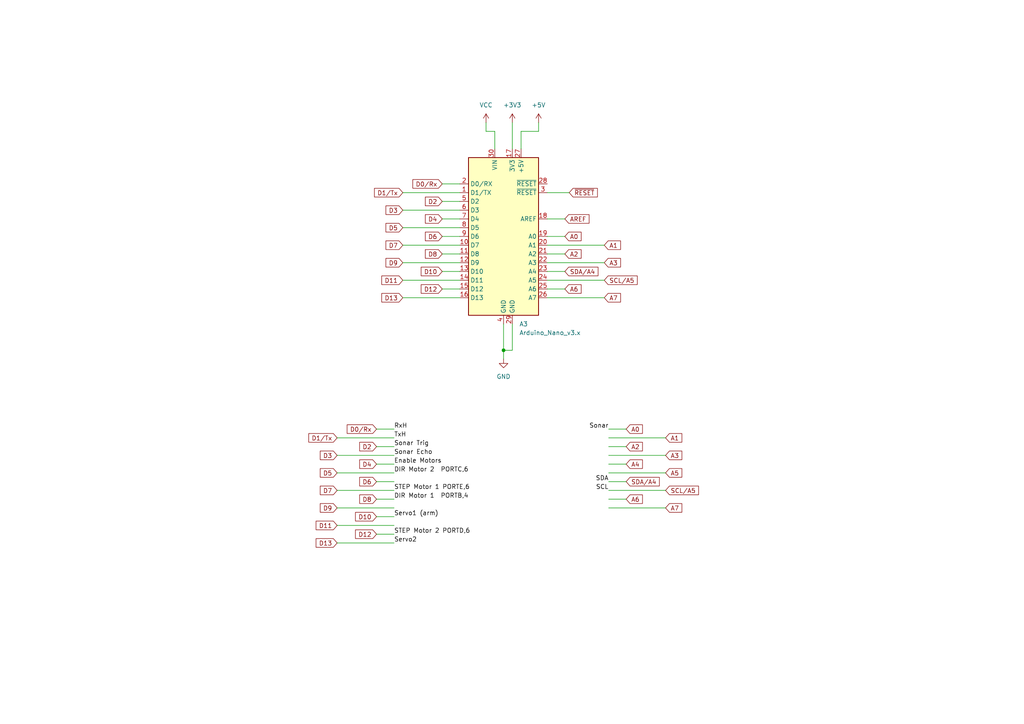
<source format=kicad_sch>
(kicad_sch (version 20211123) (generator eeschema)
  (paper "A4")
  (lib_symbols
    (symbol "MCU_Module:Arduino_Nano_v3.x"
      (property "Reference" "A" (at -10.16 23.495 0))
      (property "Value" "Arduino_Nano_v3.x" (at 5.08 -24.13 0))
      (symbol "Arduino_Nano_v3.x_0_1"
        (rectangle (start -10.16 22.86) (end 10.16 -22.86) (stroke (width 0.254)) (fill (type background)))
      )
      (symbol "Arduino_Nano_v3.x_1_1"
        (pin bidirectional line (at -12.7 12.7 0) (length 2.54) (name "D1/TX") (number "1"))
        (pin bidirectional line (at -12.7 -2.54 0) (length 2.54) (name "D7") (number "10"))
        (pin bidirectional line (at -12.7 -5.08 0) (length 2.54) (name "D8") (number "11"))
        (pin bidirectional line (at -12.7 -7.62 0) (length 2.54) (name "D9") (number "12"))
        (pin bidirectional line (at -12.7 -10.16 0) (length 2.54) (name "D10") (number "13"))
        (pin bidirectional line (at -12.7 -12.7 0) (length 2.54) (name "D11") (number "14"))
        (pin bidirectional line (at -12.7 -15.24 0) (length 2.54) (name "D12") (number "15"))
        (pin bidirectional line (at -12.7 -17.78 0) (length 2.54) (name "D13") (number "16"))
        (pin power_out line (at 2.54 25.4 270) (length 2.54) (name "3V3") (number "17"))
        (pin input line (at 12.7 5.08 180) (length 2.54) (name "AREF") (number "18"))
        (pin bidirectional line (at 12.7 0 180) (length 2.54) (name "A0") (number "19"))
        (pin bidirectional line (at -12.7 15.24 0) (length 2.54) (name "D0/RX") (number "2"))
        (pin bidirectional line (at 12.7 -2.54 180) (length 2.54) (name "A1") (number "20"))
        (pin bidirectional line (at 12.7 -5.08 180) (length 2.54) (name "A2") (number "21"))
        (pin bidirectional line (at 12.7 -7.62 180) (length 2.54) (name "A3") (number "22"))
        (pin bidirectional line (at 12.7 -10.16 180) (length 2.54) (name "A4") (number "23"))
        (pin bidirectional line (at 12.7 -12.7 180) (length 2.54) (name "A5") (number "24"))
        (pin bidirectional line (at 12.7 -15.24 180) (length 2.54) (name "A6") (number "25"))
        (pin bidirectional line (at 12.7 -17.78 180) (length 2.54) (name "A7") (number "26"))
        (pin power_out line (at 5.08 25.4 270) (length 2.54) (name "+5V") (number "27"))
        (pin input line (at 12.7 15.24 180) (length 2.54) (name "~{RESET}") (number "28"))
        (pin power_in line (at 2.54 -25.4 90) (length 2.54) (name "GND") (number "29"))
        (pin input line (at 12.7 12.7 180) (length 2.54) (name "~{RESET}") (number "3"))
        (pin power_in line (at -2.54 25.4 270) (length 2.54) (name "VIN") (number "30"))
        (pin power_in line (at 0 -25.4 90) (length 2.54) (name "GND") (number "4"))
        (pin bidirectional line (at -12.7 10.16 0) (length 2.54) (name "D2") (number "5"))
        (pin bidirectional line (at -12.7 7.62 0) (length 2.54) (name "D3") (number "6"))
        (pin bidirectional line (at -12.7 5.08 0) (length 2.54) (name "D4") (number "7"))
        (pin bidirectional line (at -12.7 2.54 0) (length 2.54) (name "D5") (number "8"))
        (pin bidirectional line (at -12.7 0 0) (length 2.54) (name "D6") (number "9"))
      )
    )
    (symbol "power:+3V3" (power) (pin_names (offset 0))
      (property "Value" "+3V3" (at 0 3.556 0))
      (symbol "+3V3_0_1"
        (polyline (pts (xy -0.762 1.27) (xy 0 2.54)))
        (polyline (pts (xy 0 0) (xy 0 2.54)))
        (polyline (pts (xy 0 2.54) (xy 0.762 1.27)))
      )
      (symbol "+3V3_1_1"
        (pin power_in line (at 0 0 90) (length 0) hide (name "+3V3") (number "1"))
      )
    )
    (symbol "power:+5V" (power) (pin_names (offset 0))
      (property "Value" "+5V" (at 0 3.556 0))
      (symbol "+5V_0_1"
        (polyline (pts (xy -0.762 1.27) (xy 0 2.54)))
        (polyline (pts (xy 0 0) (xy 0 2.54)))
        (polyline (pts (xy 0 2.54) (xy 0.762 1.27)))
      )
      (symbol "+5V_1_1"
        (pin power_in line (at 0 0 90) (length 0) hide (name "+5V") (number "1"))
      )
    )
    (symbol "power:GND" (power) (pin_names (offset 0))
      (property "Value" "GND" (at 0 -3.81 0))
      (symbol "GND_0_1"
        (polyline (pts (xy 0 0) (xy 0 -1.27) (xy 1.27 -1.27) (xy 0 -2.54) (xy -1.27 -1.27) (xy 0 -1.27)))
      )
      (symbol "GND_1_1"
        (pin power_in line (at 0 0 270) (length 0) hide (name "GND") (number "1"))
      )
    )
    (symbol "power:VCC" (power) (pin_names (offset 0))
      (property "Value" "VCC" (at 0 3.81 0))
      (symbol "VCC_0_1"
        (polyline (pts (xy -0.762 1.27) (xy 0 2.54)))
        (polyline (pts (xy 0 0) (xy 0 2.54)))
        (polyline (pts (xy 0 2.54) (xy 0.762 1.27)))
      )
      (symbol "VCC_1_1"
        (pin power_in line (at 0 0 90) (length 0) hide (name "VCC") (number "1"))
      )
    )
  )
  (junction (at 146.05 101.6))
  (wire (pts (xy 146.05 101.6) (xy 148.59 101.6)))
  (wire (pts (xy 97.79 142.24) (xy 114.3 142.24)))
  (wire (pts (xy 97.79 147.32) (xy 114.3 147.32)))
  (wire (pts (xy 97.79 152.4) (xy 114.3 152.4)))
  (wire (pts (xy 158.75 68.58) (xy 163.83 68.58)))
  (wire (pts (xy 158.75 78.74) (xy 163.83 78.74)))
  (wire (pts (xy 148.59 35.56) (xy 148.59 43.18)))
  (wire (pts (xy 116.84 60.96) (xy 133.35 60.96)))
  (wire (pts (xy 128.27 83.82) (xy 133.35 83.82)))
  (wire (pts (xy 158.75 71.12) (xy 175.26 71.12)))
  (wire (pts (xy 109.22 154.94) (xy 114.3 154.94)))
  (wire (pts (xy 97.79 127) (xy 114.3 127)))
  (wire (pts (xy 128.27 68.58) (xy 133.35 68.58)))
  (wire (pts (xy 158.75 55.88) (xy 165.1 55.88)))
  (wire (pts (xy 151.13 38.1) (xy 156.21 38.1)))
  (wire (pts (xy 176.53 144.78) (xy 181.61 144.78)))
  (wire (pts (xy 176.53 124.46) (xy 181.61 124.46)))
  (wire (pts (xy 143.51 43.18) (xy 143.51 38.1)))
  (wire (pts (xy 158.75 86.36) (xy 175.26 86.36)))
  (wire (pts (xy 158.75 76.2) (xy 175.26 76.2)))
  (wire (pts (xy 109.22 134.62) (xy 114.3 134.62)))
  (wire (pts (xy 109.22 129.54) (xy 114.3 129.54)))
  (wire (pts (xy 176.53 142.24) (xy 193.04 142.24)))
  (wire (pts (xy 116.84 71.12) (xy 133.35 71.12)))
  (wire (pts (xy 116.84 55.88) (xy 133.35 55.88)))
  (wire (pts (xy 176.53 139.7) (xy 181.61 139.7)))
  (wire (pts (xy 176.53 147.32) (xy 193.04 147.32)))
  (wire (pts (xy 176.53 127) (xy 193.04 127)))
  (wire (pts (xy 176.53 129.54) (xy 181.61 129.54)))
  (wire (pts (xy 146.05 101.6) (xy 146.05 104.14)))
  (wire (pts (xy 109.22 124.46) (xy 114.3 124.46)))
  (wire (pts (xy 116.84 86.36) (xy 133.35 86.36)))
  (wire (pts (xy 116.84 66.04) (xy 133.35 66.04)))
  (wire (pts (xy 109.22 144.78) (xy 114.3 144.78)))
  (wire (pts (xy 176.53 137.16) (xy 193.04 137.16)))
  (wire (pts (xy 128.27 78.74) (xy 133.35 78.74)))
  (wire (pts (xy 176.53 132.08) (xy 193.04 132.08)))
  (wire (pts (xy 176.53 134.62) (xy 181.61 134.62)))
  (wire (pts (xy 97.79 157.48) (xy 114.3 157.48)))
  (wire (pts (xy 116.84 81.28) (xy 133.35 81.28)))
  (wire (pts (xy 128.27 53.34) (xy 133.35 53.34)))
  (wire (pts (xy 143.51 38.1) (xy 140.97 38.1)))
  (wire (pts (xy 158.75 81.28) (xy 175.26 81.28)))
  (wire (pts (xy 128.27 63.5) (xy 133.35 63.5)))
  (wire (pts (xy 109.22 139.7) (xy 114.3 139.7)))
  (wire (pts (xy 158.75 63.5) (xy 163.83 63.5)))
  (wire (pts (xy 158.75 73.66) (xy 163.83 73.66)))
  (wire (pts (xy 158.75 83.82) (xy 163.83 83.82)))
  (wire (pts (xy 128.27 73.66) (xy 133.35 73.66)))
  (wire (pts (xy 151.13 43.18) (xy 151.13 38.1)))
  (wire (pts (xy 156.21 38.1) (xy 156.21 35.56)))
  (wire (pts (xy 146.05 93.98) (xy 146.05 101.6)))
  (wire (pts (xy 148.59 93.98) (xy 148.59 101.6)))
  (wire (pts (xy 97.79 137.16) (xy 114.3 137.16)))
  (wire (pts (xy 116.84 76.2) (xy 133.35 76.2)))
  (wire (pts (xy 140.97 38.1) (xy 140.97 35.56)))
  (wire (pts (xy 97.79 132.08) (xy 114.3 132.08)))
  (wire (pts (xy 128.27 58.42) (xy 133.35 58.42)))
  (wire (pts (xy 109.22 149.86) (xy 114.3 149.86)))
  (label "Sonar" (at 176.53 124.46 180))
  (label "STEP Motor 1 PORTE,6" (at 114.3 142.24 0))
  (label "SDA" (at 176.53 139.7 180))
  (label "RxH" (at 114.3 124.46 0))
  (label "Sonar Trig" (at 114.3 129.54 0))
  (label "DIR Motor 2  PORTC,6" (at 114.3 137.16 0))
  (label "Enable Motors" (at 114.3 134.62 0))
  (label "SCL" (at 176.53 142.24 180))
  (label "Servo2" (at 114.3 157.48 0))
  (label "TxH" (at 114.3 127 0))
  (label "Sonar Echo" (at 114.3 132.08 0))
  (label "STEP Motor 2 PORTD,6" (at 114.3 154.94 0))
  (label "Servo1 (arm)" (at 114.3 149.86 0))
  (label "DIR Motor 1  PORTB,4" (at 114.3 144.78 0))
  (global_label "D6" (shape input) (at 128.27 68.58 180) (property "Intersheet References" "${INTERSHEET_REFS}" (effects hide)))
  (global_label "D1{slash}Tx" (shape input) (at 97.79 127 180) (property "Intersheet References" "${INTERSHEET_REFS}" (effects hide)))
  (global_label "D3" (shape input) (at 97.79 132.08 180) (property "Intersheet References" "${INTERSHEET_REFS}" (effects hide)))
  (global_label "A0" (shape input) (at 181.61 124.46 0) (property "Intersheet References" "${INTERSHEET_REFS}" (effects hide)))
  (global_label "D3" (shape input) (at 116.84 60.96 180) (property "Intersheet References" "${INTERSHEET_REFS}" (effects hide)))
  (global_label "D13" (shape input) (at 116.84 86.36 180) (property "Intersheet References" "${INTERSHEET_REFS}" (effects hide)))
  (global_label "A1" (shape input) (at 193.04 127 0) (property "Intersheet References" "${INTERSHEET_REFS}" (effects hide)))
  (global_label "A2" (shape input) (at 181.61 129.54 0) (property "Intersheet References" "${INTERSHEET_REFS}" (effects hide)))
  (global_label "D11" (shape input) (at 97.79 152.4 180) (property "Intersheet References" "${INTERSHEET_REFS}" (effects hide)))
  (global_label "A6" (shape input) (at 181.61 144.78 0) (property "Intersheet References" "${INTERSHEET_REFS}" (effects hide)))
  (global_label "D1{slash}Tx" (shape input) (at 116.84 55.88 180) (property "Intersheet References" "${INTERSHEET_REFS}" (effects hide)))
  (global_label "D9" (shape input) (at 116.84 76.2 180) (property "Intersheet References" "${INTERSHEET_REFS}" (effects hide)))
  (global_label "D4" (shape input) (at 128.27 63.5 180) (property "Intersheet References" "${INTERSHEET_REFS}" (effects hide)))
  (global_label "D9" (shape input) (at 97.79 147.32 180) (property "Intersheet References" "${INTERSHEET_REFS}" (effects hide)))
  (global_label "D4" (shape input) (at 109.22 134.62 180) (property "Intersheet References" "${INTERSHEET_REFS}" (effects hide)))
  (global_label "A4" (shape input) (at 181.61 134.62 0) (property "Intersheet References" "${INTERSHEET_REFS}" (effects hide)))
  (global_label "A5" (shape input) (at 193.04 137.16 0) (property "Intersheet References" "${INTERSHEET_REFS}" (effects hide)))
  (global_label "A3" (shape input) (at 193.04 132.08 0) (property "Intersheet References" "${INTERSHEET_REFS}" (effects hide)))
  (global_label "~{RESET}" (shape input) (at 165.1 55.88 0) (property "Intersheet References" "${INTERSHEET_REFS}" (effects hide)))
  (global_label "D12" (shape input) (at 109.22 154.94 180) (property "Intersheet References" "${INTERSHEET_REFS}" (effects hide)))
  (global_label "D7" (shape input) (at 97.79 142.24 180) (property "Intersheet References" "${INTERSHEET_REFS}" (effects hide)))
  (global_label "D7" (shape input) (at 116.84 71.12 180) (property "Intersheet References" "${INTERSHEET_REFS}" (effects hide)))
  (global_label "D12" (shape input) (at 128.27 83.82 180) (property "Intersheet References" "${INTERSHEET_REFS}" (effects hide)))
  (global_label "D6" (shape input) (at 109.22 139.7 180) (property "Intersheet References" "${INTERSHEET_REFS}" (effects hide)))
  (global_label "SDA{slash}A4" (shape input) (at 181.61 139.7 0) (property "Intersheet References" "${INTERSHEET_REFS}" (effects hide)))
  (global_label "SDA{slash}A4" (shape input) (at 163.83 78.74 0) (property "Intersheet References" "${INTERSHEET_REFS}" (effects hide)))
  (global_label "D11" (shape input) (at 116.84 81.28 180) (property "Intersheet References" "${INTERSHEET_REFS}" (effects hide)))
  (global_label "A3" (shape input) (at 175.26 76.2 0) (property "Intersheet References" "${INTERSHEET_REFS}" (effects hide)))
  (global_label "D5" (shape input) (at 116.84 66.04 180) (property "Intersheet References" "${INTERSHEET_REFS}" (effects hide)))
  (global_label "D10" (shape input) (at 109.22 149.86 180) (property "Intersheet References" "${INTERSHEET_REFS}" (effects hide)))
  (global_label "A7" (shape input) (at 175.26 86.36 0) (property "Intersheet References" "${INTERSHEET_REFS}" (effects hide)))
  (global_label "D8" (shape input) (at 109.22 144.78 180) (property "Intersheet References" "${INTERSHEET_REFS}" (effects hide)))
  (global_label "D2" (shape input) (at 109.22 129.54 180) (property "Intersheet References" "${INTERSHEET_REFS}" (effects hide)))
  (global_label "A2" (shape input) (at 163.83 73.66 0) (property "Intersheet References" "${INTERSHEET_REFS}" (effects hide)))
  (global_label "AREF" (shape input) (at 163.83 63.5 0) (property "Intersheet References" "${INTERSHEET_REFS}" (effects hide)))
  (global_label "D10" (shape input) (at 128.27 78.74 180) (property "Intersheet References" "${INTERSHEET_REFS}" (effects hide)))
  (global_label "SCL{slash}A5" (shape input) (at 175.26 81.28 0) (property "Intersheet References" "${INTERSHEET_REFS}" (effects hide)))
  (global_label "D5" (shape input) (at 97.79 137.16 180) (property "Intersheet References" "${INTERSHEET_REFS}" (effects hide)))
  (global_label "A6" (shape input) (at 163.83 83.82 0) (property "Intersheet References" "${INTERSHEET_REFS}" (effects hide)))
  (global_label "D13" (shape input) (at 97.79 157.48 180) (property "Intersheet References" "${INTERSHEET_REFS}" (effects hide)))
  (global_label "SCL{slash}A5" (shape input) (at 193.04 142.24 0) (property "Intersheet References" "${INTERSHEET_REFS}" (effects hide)))
  (global_label "D0{slash}Rx" (shape input) (at 109.22 124.46 180) (property "Intersheet References" "${INTERSHEET_REFS}" (effects hide)))
  (global_label "A0" (shape input) (at 163.83 68.58 0) (property "Intersheet References" "${INTERSHEET_REFS}" (effects hide)))
  (global_label "A1" (shape input) (at 175.26 71.12 0) (property "Intersheet References" "${INTERSHEET_REFS}" (effects hide)))
  (global_label "A7" (shape input) (at 193.04 147.32 0) (property "Intersheet References" "${INTERSHEET_REFS}" (effects hide)))
  (global_label "D2" (shape input) (at 128.27 58.42 180) (property "Intersheet References" "${INTERSHEET_REFS}" (effects hide)))
  (global_label "D8" (shape input) (at 128.27 73.66 180) (property "Intersheet References" "${INTERSHEET_REFS}" (effects hide)))
  (global_label "D0{slash}Rx" (shape input) (at 128.27 53.34 180) (property "Intersheet References" "${INTERSHEET_REFS}" (effects hide)))
  (symbol (lib_id "power:+3V3") (at 148.59 35.56 0) (unit 1)
    (property "Reference" "#PWR031" (effects hide))
    (property "Value" "+3V3" (at 148.59 30.48 0))
  )
  (symbol (lib_id "power:GND") (at 146.05 104.14 0) (unit 1)
    (property "Reference" "#PWR030" (effects hide))
    (property "Value" "GND" (at 146.05 109.22 0))
  )
  (symbol (lib_id "power:VCC") (at 140.97 35.56 0) (unit 1)
    (property "Reference" "#PWR029" (effects hide))
    (property "Value" "VCC" (at 140.97 30.48 0))
  )
  (symbol (lib_id "MCU_Module:Arduino_Nano_v3.x") (at 146.05 68.58 0) (unit 1)
    (property "Reference" "A3" (at 150.6094 93.98 0) (effects (justify left)))
    (property "Value" "Arduino_Nano_v3.x" (at 150.6094 96.52 0) (effects (justify left)))
    (property "Footprint" "My_Arduino:Arduino_Nano_WithMountingHoles_larger" (effects hide))
    (property "Datasheet" "http://www.mouser.com/pdfdocs/Gravitech_Arduino_Nano3_0.pdf" (effects hide))
  )
  (symbol (lib_id "power:+5V") (at 156.21 35.56 0) (unit 1)
    (property "Reference" "#PWR032" (effects hide))
    (property "Value" "+5V" (at 156.21 30.48 0))
  )
)
</source>
